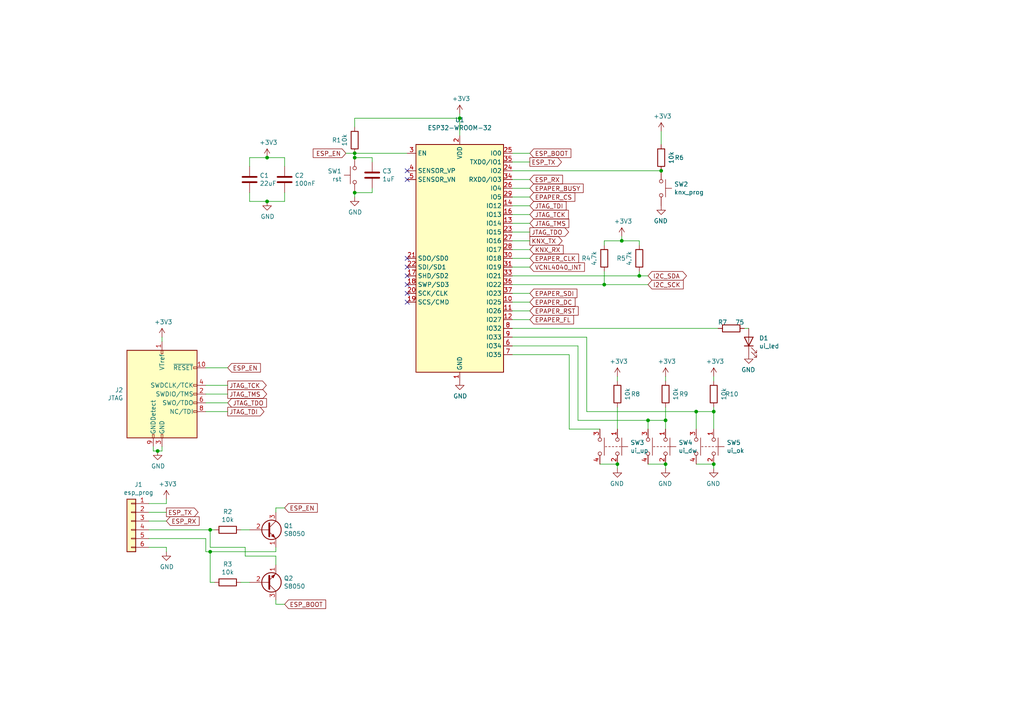
<source format=kicad_sch>
(kicad_sch (version 20211123) (generator eeschema)
  (paper "A4")
  (title_block (title "knxRoomUnit") (date "2021-05-06") (rev "r1d0"))
  (lib_symbols
    (symbol "Connector:Conn_ARM_JTAG_SWD_10" (pin_names (offset 1.016))
      (property "Reference" "J" (at -2.54 16.51 0))
      (property "Value" "Conn_ARM_JTAG_SWD_10" (at -2.54 13.97 0))
      (symbol "Conn_ARM_JTAG_SWD_10_0_1"
        (rectangle (start -10.16 12.7) (end 10.16 -12.7) (stroke (width 0.254)) (fill (type background)))
        (rectangle (start -2.794 -12.7) (end -2.286 -11.684))
        (rectangle (start -0.254 -12.7) (end 0.254 -11.684))
        (rectangle (start -0.254 12.7) (end 0.254 11.684))
        (rectangle (start 9.144 2.286) (end 10.16 2.794))
        (rectangle (start 10.16 -2.794) (end 9.144 -2.286))
        (rectangle (start 10.16 -0.254) (end 9.144 0.254))
        (rectangle (start 10.16 7.874) (end 9.144 7.366))
      )
      (symbol "Conn_ARM_JTAG_SWD_10_1_1"
        (rectangle (start 9.144 -5.334) (end 10.16 -4.826))
        (pin power_in line (at 0 15.24 270) (length 2.54) (name "VTref") (number "1"))
        (pin open_collector line (at 12.7 7.62 180) (length 2.54) (name "~{RESET}") (number "10"))
        (pin bidirectional line (at 12.7 0 180) (length 2.54) (name "SWDIO/TMS") (number "2"))
        (pin power_in line (at 0 -15.24 90) (length 2.54) (name "GND") (number "3"))
        (pin output line (at 12.7 2.54 180) (length 2.54) (name "SWDCLK/TCK") (number "4"))
        (pin passive line (at 0 -15.24 90) (length 2.54) hide (name "GND") (number "5"))
        (pin input line (at 12.7 -2.54 180) (length 2.54) (name "SWO/TDO") (number "6"))
        (pin no_connect line (at -10.16 0 0) (length 2.54) hide (name "KEY") (number "7"))
        (pin output line (at 12.7 -5.08 180) (length 2.54) (name "NC/TDI") (number "8"))
        (pin passive line (at -2.54 -15.24 90) (length 2.54) (name "GNDDetect") (number "9"))
      )
    )
    (symbol "Connector_Generic:Conn_01x06" (pin_names (offset 1.016) hide)
      (property "Reference" "J" (at 0 7.62 0))
      (property "Value" "Conn_01x06" (at 0 -10.16 0))
      (symbol "Conn_01x06_1_1"
        (rectangle (start -1.27 -7.493) (end 0 -7.747) (stroke (width 0.1524)))
        (rectangle (start -1.27 -4.953) (end 0 -5.207) (stroke (width 0.1524)))
        (rectangle (start -1.27 -2.413) (end 0 -2.667) (stroke (width 0.1524)))
        (rectangle (start -1.27 0.127) (end 0 -0.127) (stroke (width 0.1524)))
        (rectangle (start -1.27 2.667) (end 0 2.413) (stroke (width 0.1524)))
        (rectangle (start -1.27 5.207) (end 0 4.953) (stroke (width 0.1524)))
        (rectangle (start -1.27 6.35) (end 1.27 -8.89) (stroke (width 0.254)) (fill (type background)))
        (pin passive line (at -5.08 5.08 0) (length 3.81) (name "Pin_1") (number "1"))
        (pin passive line (at -5.08 2.54 0) (length 3.81) (name "Pin_2") (number "2"))
        (pin passive line (at -5.08 0 0) (length 3.81) (name "Pin_3") (number "3"))
        (pin passive line (at -5.08 -2.54 0) (length 3.81) (name "Pin_4") (number "4"))
        (pin passive line (at -5.08 -5.08 0) (length 3.81) (name "Pin_5") (number "5"))
        (pin passive line (at -5.08 -7.62 0) (length 3.81) (name "Pin_6") (number "6"))
      )
    )
    (symbol "Device:C" (pin_numbers hide) (pin_names (offset 0.254))
      (property "Reference" "C" (at 0.635 2.54 0))
      (property "Value" "C" (at 0.635 -2.54 0))
      (symbol "C_0_1"
        (polyline (pts (xy -2.032 -0.762) (xy 2.032 -0.762)) (stroke (width 0.508)))
        (polyline (pts (xy -2.032 0.762) (xy 2.032 0.762)) (stroke (width 0.508)))
      )
      (symbol "C_1_1"
        (pin passive line (at 0 3.81 270) (length 2.794) (name "~") (number "1"))
        (pin passive line (at 0 -3.81 90) (length 2.794) (name "~") (number "2"))
      )
    )
    (symbol "Device:LED" (pin_numbers hide) (pin_names (offset 1.016) hide)
      (property "Reference" "D" (at 0 2.54 0))
      (property "Value" "LED" (at 0 -2.54 0))
      (symbol "LED_0_1"
        (polyline (pts (xy -1.27 -1.27) (xy -1.27 1.27)) (stroke (width 0.254)))
        (polyline (pts (xy -1.27 0) (xy 1.27 0)))
        (polyline (pts (xy 1.27 -1.27) (xy 1.27 1.27) (xy -1.27 0) (xy 1.27 -1.27)) (stroke (width 0.254)))
        (polyline (pts (xy -3.048 -0.762) (xy -4.572 -2.286) (xy -3.81 -2.286) (xy -4.572 -2.286) (xy -4.572 -1.524)))
        (polyline (pts (xy -1.778 -0.762) (xy -3.302 -2.286) (xy -2.54 -2.286) (xy -3.302 -2.286) (xy -3.302 -1.524)))
      )
      (symbol "LED_1_1"
        (pin passive line (at -3.81 0 0) (length 2.54) (name "K") (number "1"))
        (pin passive line (at 3.81 0 180) (length 2.54) (name "A") (number "2"))
      )
    )
    (symbol "Device:R" (pin_numbers hide) (pin_names (offset 0))
      (property "Reference" "R" (at 2.032 0 90))
      (property "Value" "R" (at 0 0 90))
      (symbol "R_0_1"
        (rectangle (start -1.016 -2.54) (end 1.016 2.54) (stroke (width 0.254)))
      )
      (symbol "R_1_1"
        (pin passive line (at 0 3.81 270) (length 1.27) (name "~") (number "1"))
        (pin passive line (at 0 -3.81 90) (length 1.27) (name "~") (number "2"))
      )
    )
    (symbol "RF_Module:ESP32-WROOM-32"
      (property "Reference" "U" (at -12.7 34.29 0))
      (property "Value" "ESP32-WROOM-32" (at 1.27 34.29 0))
      (symbol "ESP32-WROOM-32_0_1"
        (rectangle (start -12.7 33.02) (end 12.7 -33.02) (stroke (width 0.254)) (fill (type background)))
      )
      (symbol "ESP32-WROOM-32_1_1"
        (pin power_in line (at 0 -35.56 90) (length 2.54) (name "GND") (number "1"))
        (pin bidirectional line (at 15.24 -12.7 180) (length 2.54) (name "IO25") (number "10"))
        (pin bidirectional line (at 15.24 -15.24 180) (length 2.54) (name "IO26") (number "11"))
        (pin bidirectional line (at 15.24 -17.78 180) (length 2.54) (name "IO27") (number "12"))
        (pin bidirectional line (at 15.24 10.16 180) (length 2.54) (name "IO14") (number "13"))
        (pin bidirectional line (at 15.24 15.24 180) (length 2.54) (name "IO12") (number "14"))
        (pin passive line (at 0 -35.56 90) (length 2.54) hide (name "GND") (number "15"))
        (pin bidirectional line (at 15.24 12.7 180) (length 2.54) (name "IO13") (number "16"))
        (pin bidirectional line (at -15.24 -5.08 0) (length 2.54) (name "SHD/SD2") (number "17"))
        (pin bidirectional line (at -15.24 -7.62 0) (length 2.54) (name "SWP/SD3") (number "18"))
        (pin bidirectional line (at -15.24 -12.7 0) (length 2.54) (name "SCS/CMD") (number "19"))
        (pin power_in line (at 0 35.56 270) (length 2.54) (name "VDD") (number "2"))
        (pin bidirectional line (at -15.24 -10.16 0) (length 2.54) (name "SCK/CLK") (number "20"))
        (pin bidirectional line (at -15.24 0 0) (length 2.54) (name "SDO/SD0") (number "21"))
        (pin bidirectional line (at -15.24 -2.54 0) (length 2.54) (name "SDI/SD1") (number "22"))
        (pin bidirectional line (at 15.24 7.62 180) (length 2.54) (name "IO15") (number "23"))
        (pin bidirectional line (at 15.24 25.4 180) (length 2.54) (name "IO2") (number "24"))
        (pin bidirectional line (at 15.24 30.48 180) (length 2.54) (name "IO0") (number "25"))
        (pin bidirectional line (at 15.24 20.32 180) (length 2.54) (name "IO4") (number "26"))
        (pin bidirectional line (at 15.24 5.08 180) (length 2.54) (name "IO16") (number "27"))
        (pin bidirectional line (at 15.24 2.54 180) (length 2.54) (name "IO17") (number "28"))
        (pin bidirectional line (at 15.24 17.78 180) (length 2.54) (name "IO5") (number "29"))
        (pin input line (at -15.24 30.48 0) (length 2.54) (name "EN") (number "3"))
        (pin bidirectional line (at 15.24 0 180) (length 2.54) (name "IO18") (number "30"))
        (pin bidirectional line (at 15.24 -2.54 180) (length 2.54) (name "IO19") (number "31"))
        (pin no_connect line (at -12.7 -27.94 0) (length 2.54) hide (name "NC") (number "32"))
        (pin bidirectional line (at 15.24 -5.08 180) (length 2.54) (name "IO21") (number "33"))
        (pin bidirectional line (at 15.24 22.86 180) (length 2.54) (name "RXD0/IO3") (number "34"))
        (pin bidirectional line (at 15.24 27.94 180) (length 2.54) (name "TXD0/IO1") (number "35"))
        (pin bidirectional line (at 15.24 -7.62 180) (length 2.54) (name "IO22") (number "36"))
        (pin bidirectional line (at 15.24 -10.16 180) (length 2.54) (name "IO23") (number "37"))
        (pin passive line (at 0 -35.56 90) (length 2.54) hide (name "GND") (number "38"))
        (pin passive line (at 0 -35.56 90) (length 2.54) hide (name "GND") (number "39"))
        (pin input line (at -15.24 25.4 0) (length 2.54) (name "SENSOR_VP") (number "4"))
        (pin input line (at -15.24 22.86 0) (length 2.54) (name "SENSOR_VN") (number "5"))
        (pin input line (at 15.24 -25.4 180) (length 2.54) (name "IO34") (number "6"))
        (pin input line (at 15.24 -27.94 180) (length 2.54) (name "IO35") (number "7"))
        (pin bidirectional line (at 15.24 -20.32 180) (length 2.54) (name "IO32") (number "8"))
        (pin bidirectional line (at 15.24 -22.86 180) (length 2.54) (name "IO33") (number "9"))
      )
    )
    (symbol "Switch:SW_Push" (pin_numbers hide) (pin_names (offset 1.016) hide)
      (property "Reference" "SW" (at 1.27 2.54 0))
      (property "Value" "SW_Push" (at 0 -1.524 0))
      (symbol "SW_Push_0_1"
        (circle (center -2.032 0) (radius 0.508))
        (polyline (pts (xy 0 1.27) (xy 0 3.048)))
        (polyline (pts (xy 2.54 1.27) (xy -2.54 1.27)))
        (circle (center 2.032 0) (radius 0.508))
        (pin passive line (at -5.08 0 0) (length 2.54) (name "1") (number "1"))
        (pin passive line (at 5.08 0 180) (length 2.54) (name "2") (number "2"))
      )
    )
    (symbol "Switch:SW_Push_Dual" (pin_names (offset 1.016) hide)
      (property "Reference" "SW" (at 1.27 2.54 0))
      (property "Value" "SW_Push_Dual" (at 0 -6.858 0))
      (symbol "SW_Push_Dual_0_1"
        (circle (center -2.032 -5.08) (radius 0.508))
        (circle (center -2.032 0) (radius 0.508))
        (polyline (pts (xy 0 -3.048) (xy 0 -3.556)))
        (polyline (pts (xy 0 -2.032) (xy 0 -2.54)))
        (polyline (pts (xy 0 -1.524) (xy 0 -1.016)))
        (polyline (pts (xy 0 -0.508) (xy 0 0)))
        (polyline (pts (xy 0 0.508) (xy 0 1.016)))
        (polyline (pts (xy 0 1.27) (xy 0 3.048)))
        (polyline (pts (xy 2.54 -3.81) (xy -2.54 -3.81)))
        (polyline (pts (xy 2.54 1.27) (xy -2.54 1.27)))
        (circle (center 2.032 -5.08) (radius 0.508))
        (circle (center 2.032 0) (radius 0.508))
        (pin passive line (at -5.08 0 0) (length 2.54) (name "1") (number "1"))
        (pin passive line (at 5.08 0 180) (length 2.54) (name "2") (number "2"))
        (pin passive line (at -5.08 -5.08 0) (length 2.54) (name "3") (number "3"))
        (pin passive line (at 5.08 -5.08 180) (length 2.54) (name "4") (number "4"))
      )
    )
    (symbol "Transistor_BJT:S8050" (pin_names (offset 0) hide)
      (property "Reference" "Q" (at 5.08 1.905 0))
      (property "Value" "S8050" (at 5.08 0 0))
      (symbol "S8050_0_1"
        (polyline (pts (xy 0 0) (xy 0.635 0)))
        (polyline (pts (xy 0.635 0.635) (xy 2.54 2.54)))
        (polyline (pts (xy 0.635 -0.635) (xy 2.54 -2.54) (xy 2.54 -2.54)))
        (polyline (pts (xy 0.635 1.905) (xy 0.635 -1.905) (xy 0.635 -1.905)) (stroke (width 0.508)))
        (polyline (pts (xy 1.27 -1.778) (xy 1.778 -1.27) (xy 2.286 -2.286) (xy 1.27 -1.778) (xy 1.27 -1.778)) (fill (type outline)))
        (circle (center 1.27 0) (radius 2.8194) (stroke (width 0.254)))
      )
      (symbol "S8050_1_1"
        (pin passive line (at 2.54 -5.08 90) (length 2.54) (name "E") (number "1"))
        (pin input line (at -5.08 0 0) (length 5.08) (name "B") (number "2"))
        (pin passive line (at 2.54 5.08 270) (length 2.54) (name "C") (number "3"))
      )
    )
    (symbol "power:+3V3" (power) (pin_names (offset 0))
      (property "Value" "+3V3" (at 0 3.556 0))
      (symbol "+3V3_0_1"
        (polyline (pts (xy -0.762 1.27) (xy 0 2.54)))
        (polyline (pts (xy 0 0) (xy 0 2.54)))
        (polyline (pts (xy 0 2.54) (xy 0.762 1.27)))
      )
      (symbol "+3V3_1_1"
        (pin power_in line (at 0 0 90) (length 0) hide (name "+3V3") (number "1"))
      )
    )
    (symbol "power:GND" (power) (pin_names (offset 0))
      (property "Value" "GND" (at 0 -3.81 0))
      (symbol "GND_0_1"
        (polyline (pts (xy 0 0) (xy 0 -1.27) (xy 1.27 -1.27) (xy 0 -2.54) (xy -1.27 -1.27) (xy 0 -1.27)))
      )
      (symbol "GND_1_1"
        (pin power_in line (at 0 0 270) (length 0) hide (name "GND") (number "1"))
      )
    )
  )
  (junction (at 102.87 45.72))
  (junction (at 60.96 153.67))
  (junction (at 102.87 44.45))
  (junction (at 207.01 119.38))
  (junction (at 180.34 69.85))
  (junction (at 187.96 121.92))
  (junction (at 175.26 82.55))
  (junction (at 77.47 45.72))
  (junction (at 185.42 80.01))
  (junction (at 191.77 49.53))
  (junction (at 60.96 160.02))
  (junction (at 193.04 121.92))
  (junction (at 207.01 134.62))
  (junction (at 45.72 130.81))
  (junction (at 133.35 34.29))
  (junction (at 102.87 55.88))
  (junction (at 77.47 58.42))
  (junction (at 179.07 134.62))
  (junction (at 193.04 134.62))
  (junction (at 201.93 119.38))
  (no_connect (at 118.11 77.47))
  (no_connect (at 118.11 49.53))
  (no_connect (at 118.11 85.09))
  (no_connect (at 118.11 82.55))
  (no_connect (at 118.11 80.01))
  (no_connect (at 118.11 87.63))
  (no_connect (at 118.11 52.07))
  (no_connect (at 118.11 74.93))
  (wire (pts (xy 170.18 97.79) (xy 170.18 119.38)))
  (wire (pts (xy 148.59 57.15) (xy 153.67 57.15)))
  (wire (pts (xy 148.59 62.23) (xy 153.67 62.23)))
  (wire (pts (xy 102.87 57.15) (xy 102.87 55.88)))
  (wire (pts (xy 187.96 124.46) (xy 187.96 121.92)))
  (wire (pts (xy 72.39 48.26) (xy 72.39 45.72)))
  (wire (pts (xy 48.26 158.75) (xy 48.26 160.02)))
  (wire (pts (xy 148.59 49.53) (xy 191.77 49.53)))
  (wire (pts (xy 107.95 55.88) (xy 102.87 55.88)))
  (wire (pts (xy 43.18 151.13) (xy 48.26 151.13)))
  (wire (pts (xy 102.87 36.83) (xy 102.87 34.29)))
  (wire (pts (xy 60.96 153.67) (xy 62.23 153.67)))
  (wire (pts (xy 153.67 72.39) (xy 148.59 72.39)))
  (wire (pts (xy 185.42 78.74) (xy 185.42 80.01)))
  (wire (pts (xy 43.18 158.75) (xy 48.26 158.75)))
  (wire (pts (xy 185.42 71.12) (xy 185.42 69.85)))
  (wire (pts (xy 165.1 124.46) (xy 173.99 124.46)))
  (wire (pts (xy 72.39 153.67) (xy 69.85 153.67)))
  (wire (pts (xy 72.39 55.88) (xy 72.39 58.42)))
  (wire (pts (xy 80.01 160.02) (xy 80.01 158.75)))
  (wire (pts (xy 179.07 135.89) (xy 179.07 134.62)))
  (wire (pts (xy 60.96 160.02) (xy 60.96 168.91)))
  (wire (pts (xy 59.69 156.21) (xy 59.69 160.02)))
  (wire (pts (xy 82.55 58.42) (xy 82.55 55.88)))
  (wire (pts (xy 153.67 59.69) (xy 148.59 59.69)))
  (wire (pts (xy 170.18 97.79) (xy 148.59 97.79)))
  (wire (pts (xy 46.99 130.81) (xy 46.99 129.54)))
  (wire (pts (xy 173.99 134.62) (xy 179.07 134.62)))
  (wire (pts (xy 66.04 106.68) (xy 59.69 106.68)))
  (wire (pts (xy 107.95 45.72) (xy 102.87 45.72)))
  (wire (pts (xy 80.01 161.29) (xy 71.12 161.29)))
  (wire (pts (xy 191.77 38.1) (xy 191.77 41.91)))
  (wire (pts (xy 148.59 46.99) (xy 153.67 46.99)))
  (wire (pts (xy 153.67 87.63) (xy 148.59 87.63)))
  (wire (pts (xy 62.23 168.91) (xy 60.96 168.91)))
  (wire (pts (xy 80.01 147.32) (xy 80.01 148.59)))
  (wire (pts (xy 72.39 58.42) (xy 77.47 58.42)))
  (wire (pts (xy 185.42 80.01) (xy 187.96 80.01)))
  (wire (pts (xy 153.67 52.07) (xy 148.59 52.07)))
  (wire (pts (xy 175.26 69.85) (xy 175.26 71.12)))
  (wire (pts (xy 60.96 160.02) (xy 80.01 160.02)))
  (wire (pts (xy 193.04 121.92) (xy 193.04 118.11)))
  (wire (pts (xy 133.35 33.02) (xy 133.35 34.29)))
  (wire (pts (xy 59.69 160.02) (xy 60.96 160.02)))
  (wire (pts (xy 201.93 134.62) (xy 207.01 134.62)))
  (wire (pts (xy 193.04 124.46) (xy 193.04 121.92)))
  (wire (pts (xy 153.67 44.45) (xy 148.59 44.45)))
  (wire (pts (xy 179.07 110.49) (xy 179.07 109.22)))
  (wire (pts (xy 77.47 58.42) (xy 82.55 58.42)))
  (wire (pts (xy 80.01 163.83) (xy 80.01 161.29)))
  (wire (pts (xy 107.95 54.61) (xy 107.95 55.88)))
  (wire (pts (xy 66.04 119.38) (xy 59.69 119.38)))
  (wire (pts (xy 167.64 121.92) (xy 187.96 121.92)))
  (wire (pts (xy 43.18 146.05) (xy 48.26 146.05)))
  (wire (pts (xy 148.59 80.01) (xy 185.42 80.01)))
  (wire (pts (xy 185.42 69.85) (xy 180.34 69.85)))
  (wire (pts (xy 207.01 135.89) (xy 207.01 134.62)))
  (wire (pts (xy 43.18 156.21) (xy 59.69 156.21)))
  (wire (pts (xy 153.67 54.61) (xy 148.59 54.61)))
  (wire (pts (xy 193.04 110.49) (xy 193.04 109.22)))
  (wire (pts (xy 133.35 34.29) (xy 133.35 39.37)))
  (wire (pts (xy 180.34 69.85) (xy 175.26 69.85)))
  (wire (pts (xy 148.59 102.87) (xy 165.1 102.87)))
  (wire (pts (xy 207.01 119.38) (xy 207.01 118.11)))
  (wire (pts (xy 148.59 69.85) (xy 153.67 69.85)))
  (wire (pts (xy 82.55 45.72) (xy 82.55 48.26)))
  (wire (pts (xy 148.59 100.33) (xy 167.64 100.33)))
  (wire (pts (xy 102.87 34.29) (xy 133.35 34.29)))
  (wire (pts (xy 71.12 158.75) (xy 60.96 158.75)))
  (wire (pts (xy 107.95 46.99) (xy 107.95 45.72)))
  (wire (pts (xy 153.67 90.17) (xy 148.59 90.17)))
  (wire (pts (xy 167.64 100.33) (xy 167.64 121.92)))
  (wire (pts (xy 201.93 124.46) (xy 201.93 119.38)))
  (wire (pts (xy 201.93 119.38) (xy 207.01 119.38)))
  (wire (pts (xy 148.59 85.09) (xy 153.67 85.09)))
  (wire (pts (xy 165.1 102.87) (xy 165.1 124.46)))
  (wire (pts (xy 82.55 45.72) (xy 77.47 45.72)))
  (wire (pts (xy 46.99 97.79) (xy 46.99 99.06)))
  (wire (pts (xy 148.59 82.55) (xy 175.26 82.55)))
  (wire (pts (xy 175.26 78.74) (xy 175.26 82.55)))
  (wire (pts (xy 44.45 129.54) (xy 44.45 130.81)))
  (wire (pts (xy 153.67 67.31) (xy 148.59 67.31)))
  (wire (pts (xy 217.17 95.25) (xy 215.9 95.25)))
  (wire (pts (xy 71.12 161.29) (xy 71.12 158.75)))
  (wire (pts (xy 72.39 45.72) (xy 77.47 45.72)))
  (wire (pts (xy 80.01 173.99) (xy 80.01 175.26)))
  (wire (pts (xy 170.18 119.38) (xy 201.93 119.38)))
  (wire (pts (xy 207.01 124.46) (xy 207.01 119.38)))
  (wire (pts (xy 48.26 146.05) (xy 48.26 144.78)))
  (wire (pts (xy 60.96 158.75) (xy 60.96 153.67)))
  (wire (pts (xy 148.59 95.25) (xy 208.28 95.25)))
  (wire (pts (xy 148.59 77.47) (xy 153.67 77.47)))
  (wire (pts (xy 48.26 148.59) (xy 43.18 148.59)))
  (wire (pts (xy 102.87 45.72) (xy 102.87 44.45)))
  (wire (pts (xy 187.96 121.92) (xy 193.04 121.92)))
  (wire (pts (xy 43.18 153.67) (xy 60.96 153.67)))
  (wire (pts (xy 100.33 44.45) (xy 102.87 44.45)))
  (wire (pts (xy 59.69 111.76) (xy 66.04 111.76)))
  (wire (pts (xy 153.67 74.93) (xy 148.59 74.93)))
  (wire (pts (xy 59.69 116.84) (xy 66.04 116.84)))
  (wire (pts (xy 82.55 147.32) (xy 80.01 147.32)))
  (wire (pts (xy 69.85 168.91) (xy 72.39 168.91)))
  (wire (pts (xy 102.87 44.45) (xy 118.11 44.45)))
  (wire (pts (xy 153.67 64.77) (xy 148.59 64.77)))
  (wire (pts (xy 187.96 134.62) (xy 193.04 134.62)))
  (wire (pts (xy 193.04 135.89) (xy 193.04 134.62)))
  (wire (pts (xy 66.04 114.3) (xy 59.69 114.3)))
  (wire (pts (xy 80.01 175.26) (xy 82.55 175.26)))
  (wire (pts (xy 207.01 110.49) (xy 207.01 109.22)))
  (wire (pts (xy 148.59 92.71) (xy 153.67 92.71)))
  (wire (pts (xy 175.26 82.55) (xy 187.96 82.55)))
  (wire (pts (xy 45.72 130.81) (xy 46.99 130.81)))
  (wire (pts (xy 44.45 130.81) (xy 45.72 130.81)))
  (wire (pts (xy 179.07 124.46) (xy 179.07 118.11)))
  (wire (pts (xy 180.34 68.58) (xy 180.34 69.85)))
  (global_label "VCNL4040_INT" (shape input) (at 153.67 77.47 0) (property "Intersheet References" "${INTERSHEET_REFS}" (effects hide)))
  (global_label "JTAG_TCK" (shape output) (at 66.04 111.76 0) (property "Intersheet References" "${INTERSHEET_REFS}" (effects hide)))
  (global_label "EPAPER_CLK" (shape input) (at 153.67 74.93 0) (property "Intersheet References" "${INTERSHEET_REFS}" (effects hide)))
  (global_label "JTAG_TMS" (shape output) (at 66.04 114.3 0) (property "Intersheet References" "${INTERSHEET_REFS}" (effects hide)))
  (global_label "JTAG_TDI" (shape input) (at 153.67 59.69 0) (property "Intersheet References" "${INTERSHEET_REFS}" (effects hide)))
  (global_label "KNX_RX" (shape input) (at 153.67 72.39 0) (property "Intersheet References" "${INTERSHEET_REFS}" (effects hide)))
  (global_label "ESP_RX" (shape input) (at 153.67 52.07 0) (property "Intersheet References" "${INTERSHEET_REFS}" (effects hide)))
  (global_label "EPAPER_FL" (shape input) (at 153.67 92.71 0) (property "Intersheet References" "${INTERSHEET_REFS}" (effects hide)))
  (global_label "ESP_RX" (shape input) (at 48.26 151.13 0) (property "Intersheet References" "${INTERSHEET_REFS}" (effects hide)))
  (global_label "EPAPER_CS" (shape input) (at 153.67 57.15 0) (property "Intersheet References" "${INTERSHEET_REFS}" (effects hide)))
  (global_label "JTAG_TMS" (shape input) (at 153.67 64.77 0) (property "Intersheet References" "${INTERSHEET_REFS}" (effects hide)))
  (global_label "EPAPER_DC" (shape input) (at 153.67 87.63 0) (property "Intersheet References" "${INTERSHEET_REFS}" (effects hide)))
  (global_label "ESP_EN" (shape input) (at 100.33 44.45 180) (property "Intersheet References" "${INTERSHEET_REFS}" (effects hide)))
  (global_label "I2C_SCK" (shape input) (at 187.96 82.55 0) (property "Intersheet References" "${INTERSHEET_REFS}" (effects hide)))
  (global_label "EPAPER_SDI" (shape input) (at 153.67 85.09 0) (property "Intersheet References" "${INTERSHEET_REFS}" (effects hide)))
  (global_label "JTAG_TDO" (shape output) (at 153.67 67.31 0) (property "Intersheet References" "${INTERSHEET_REFS}" (effects hide)))
  (global_label "JTAG_TCK" (shape input) (at 153.67 62.23 0) (property "Intersheet References" "${INTERSHEET_REFS}" (effects hide)))
  (global_label "EPAPER_RST" (shape input) (at 153.67 90.17 0) (property "Intersheet References" "${INTERSHEET_REFS}" (effects hide)))
  (global_label "KNX_TX" (shape output) (at 153.67 69.85 0) (property "Intersheet References" "${INTERSHEET_REFS}" (effects hide)))
  (global_label "EPAPER_BUSY" (shape input) (at 153.67 54.61 0) (property "Intersheet References" "${INTERSHEET_REFS}" (effects hide)))
  (global_label "ESP_EN" (shape input) (at 82.55 147.32 0) (property "Intersheet References" "${INTERSHEET_REFS}" (effects hide)))
  (global_label "ESP_TX" (shape output) (at 153.67 46.99 0) (property "Intersheet References" "${INTERSHEET_REFS}" (effects hide)))
  (global_label "JTAG_TDI" (shape output) (at 66.04 119.38 0) (property "Intersheet References" "${INTERSHEET_REFS}" (effects hide)))
  (global_label "ESP_TX" (shape output) (at 48.26 148.59 0) (property "Intersheet References" "${INTERSHEET_REFS}" (effects hide)))
  (global_label "ESP_BOOT" (shape input) (at 82.55 175.26 0) (property "Intersheet References" "${INTERSHEET_REFS}" (effects hide)))
  (global_label "ESP_EN" (shape input) (at 66.04 106.68 0) (property "Intersheet References" "${INTERSHEET_REFS}" (effects hide)))
  (global_label "ESP_BOOT" (shape input) (at 153.67 44.45 0) (property "Intersheet References" "${INTERSHEET_REFS}" (effects hide)))
  (global_label "JTAG_TDO" (shape input) (at 66.04 116.84 0) (property "Intersheet References" "${INTERSHEET_REFS}" (effects hide)))
  (global_label "I2C_SDA" (shape bidirectional) (at 187.96 80.01 0) (property "Intersheet References" "${INTERSHEET_REFS}" (effects hide)))
  (symbol (lib_id "power:+3V3") (at 179.07 109.22 0)
    (property "Reference" "#PWR0129" (effects hide))
    (property "Value" "+3V3" (at 179.451 104.8258 0))
  )
  (symbol (lib_id "power:GND") (at 179.07 135.89 0) (mirror y)
    (property "Reference" "#PWR0130" (effects hide))
    (property "Value" "GND" (at 178.943 140.2842 0))
  )
  (symbol (lib_id "Switch:SW_Push_Dual") (at 179.07 129.54 270)
    (property "Reference" "SW3" (at 182.8292 128.3716 90) (effects (justify left)))
    (property "Value" "ui_up" (at 182.8292 130.683 90) (effects (justify left)))
    (property "Footprint" "WS-TASV:431151008826" (effects hide))
    (property "Datasheet" "https://www.we-online.com/catalog/datasheet/431151008826.pdf" (effects hide))
    (property "Manufacturer" "Wurth Elektronik" (effects hide))
    (property "PartNumber" "431151008826" (effects hide))
  )
  (symbol (lib_id "Device:R") (at 179.07 114.3 0) (mirror y)
    (property "Reference" "R8" (at 184.3278 114.3 0))
    (property "Value" "10k" (at 182.0164 114.3 90))
    (property "Footprint" "Resistor_SMD:R_0402_1005Metric" (effects hide))
    (property "Datasheet" "https://datasheet.lcsc.com/lcsc/1809301717_UNI-ROYAL-Uniroyal-Elec-0402WGF1002TCE_C25744.pdf" (effects hide))
    (property "LCSC Part #" "C25744" (effects hide))
    (property "Manufacturer" "Uniroyal Elec" (effects hide))
    (property "PartNumber" "0402WGF1002TCE" (effects hide))
  )
  (symbol (lib_id "power:+3V3") (at 193.04 109.22 0)
    (property "Reference" "#PWR0131" (effects hide))
    (property "Value" "+3V3" (at 193.421 104.8258 0))
  )
  (symbol (lib_id "power:GND") (at 193.04 135.89 0) (mirror y)
    (property "Reference" "#PWR0132" (effects hide))
    (property "Value" "GND" (at 192.913 140.2842 0))
  )
  (symbol (lib_id "Switch:SW_Push_Dual") (at 193.04 129.54 270)
    (property "Reference" "SW4" (at 196.7992 128.3716 90) (effects (justify left)))
    (property "Value" "ui_dw" (at 196.7992 130.683 90) (effects (justify left)))
    (property "Footprint" "WS-TASV:431151008826" (effects hide))
    (property "Datasheet" "https://www.we-online.com/catalog/datasheet/431151008826.pdf" (effects hide))
    (property "Manufacturer" "Wurth Elektronik" (effects hide))
    (property "PartNumber" "431151008826" (effects hide))
  )
  (symbol (lib_id "Device:R") (at 193.04 114.3 0) (mirror y)
    (property "Reference" "R9" (at 198.2978 114.3 0))
    (property "Value" "10k" (at 195.9864 114.3 90))
    (property "Footprint" "Resistor_SMD:R_0402_1005Metric" (effects hide))
    (property "Datasheet" "https://datasheet.lcsc.com/lcsc/1809301717_UNI-ROYAL-Uniroyal-Elec-0402WGF1002TCE_C25744.pdf" (effects hide))
    (property "LCSC Part #" "C25744" (effects hide))
    (property "Manufacturer" "Uniroyal Elec" (effects hide))
    (property "PartNumber" "0402WGF1002TCE" (effects hide))
  )
  (symbol (lib_id "power:+3V3") (at 207.01 109.22 0)
    (property "Reference" "#PWR0133" (effects hide))
    (property "Value" "+3V3" (at 207.391 104.8258 0))
  )
  (symbol (lib_id "power:GND") (at 207.01 135.89 0) (mirror y)
    (property "Reference" "#PWR0134" (effects hide))
    (property "Value" "GND" (at 206.883 140.2842 0))
  )
  (symbol (lib_id "Switch:SW_Push_Dual") (at 207.01 129.54 270)
    (property "Reference" "SW5" (at 210.7692 128.3716 90) (effects (justify left)))
    (property "Value" "ui_ok" (at 210.7692 130.683 90) (effects (justify left)))
    (property "Footprint" "WS-TASV:431151008826" (effects hide))
    (property "Datasheet" "https://www.we-online.com/catalog/datasheet/431151008826.pdf" (effects hide))
    (property "Manufacturer" "Wurth Elektronik" (effects hide))
    (property "PartNumber" "431151008826" (effects hide))
  )
  (symbol (lib_id "Device:R") (at 207.01 114.3 0) (mirror y)
    (property "Reference" "R10" (at 212.2678 114.3 0))
    (property "Value" "10k" (at 209.9564 114.3 90))
    (property "Footprint" "Resistor_SMD:R_0402_1005Metric" (effects hide))
    (property "Datasheet" "https://datasheet.lcsc.com/lcsc/1809301717_UNI-ROYAL-Uniroyal-Elec-0402WGF1002TCE_C25744.pdf" (effects hide))
    (property "LCSC Part #" "C25744" (effects hide))
    (property "Manufacturer" "Uniroyal Elec" (effects hide))
    (property "PartNumber" "0402WGF1002TCE" (effects hide))
  )
  (symbol (lib_id "Device:C") (at 72.39 52.07 0)
    (property "Reference" "C1" (at 75.311 50.9016 0) (effects (justify left)))
    (property "Value" "22uF" (at 75.311 53.213 0) (effects (justify left)))
    (property "Footprint" "Capacitor_SMD:C_0603_1608Metric" (effects hide))
    (property "Datasheet" "https://datasheet.lcsc.com/lcsc/1811151138_Samsung-Electro-Mechanics-CL10A226MQ8NRNC_C59461.pdf" (effects hide))
    (property "LCSC Part #" "C59461" (effects hide))
    (property "Manufacturer" "Samsung Electro-Mechanics" (effects hide))
    (property "PartNumber" "CL10A226MQ8NRNC" (effects hide))
    (property "Voltage" "6.3V" (effects hide))
  )
  (symbol (lib_id "Device:C") (at 82.55 52.07 0)
    (property "Reference" "C2" (at 85.471 50.9016 0) (effects (justify left)))
    (property "Value" "100nF" (at 85.471 53.213 0) (effects (justify left)))
    (property "Footprint" "Capacitor_SMD:C_0603_1608Metric" (effects hide))
    (property "Datasheet" "https://datasheet.lcsc.com/lcsc/1809301912_YAGEO-CC0603KRX7R9BB104_C14663.pdf" (effects hide))
    (property "LCSC Part #" "C14663" (effects hide))
    (property "Manufacturer" "YAGEO" (effects hide))
    (property "PartNumber" "CC0603KRX7R9BB104" (effects hide))
    (property "Voltage" "50V" (effects hide))
  )
  (symbol (lib_id "power:+3V3") (at 77.47 45.72 0)
    (property "Reference" "#PWR0118" (effects hide))
    (property "Value" "+3V3" (at 77.851 41.3258 0))
  )
  (symbol (lib_id "power:GND") (at 77.47 58.42 0)
    (property "Reference" "#PWR0119" (effects hide))
    (property "Value" "GND" (at 77.597 62.8142 0))
  )
  (symbol (lib_id "power:GND") (at 133.35 110.49 0)
    (property "Reference" "#PWR0120" (effects hide))
    (property "Value" "GND" (at 133.477 114.8842 0))
  )
  (symbol (lib_id "Device:R") (at 66.04 153.67 270)
    (property "Reference" "R2" (at 66.04 148.4122 90))
    (property "Value" "10k" (at 66.04 150.7236 90))
    (property "Footprint" "Resistor_SMD:R_0402_1005Metric" (effects hide))
    (property "Datasheet" "https://datasheet.lcsc.com/lcsc/1809301717_UNI-ROYAL-Uniroyal-Elec-0402WGF1002TCE_C25744.pdf" (effects hide))
    (property "LCSC Part #" "C25744" (effects hide))
    (property "Manufacturer" "Uniroyal Elec" (effects hide))
    (property "PartNumber" "0402WGF1002TCE" (effects hide))
  )
  (symbol (lib_id "Device:R") (at 66.04 168.91 270) (mirror x)
    (property "Reference" "R3" (at 66.04 163.6522 90))
    (property "Value" "10k" (at 66.04 165.9636 90))
    (property "Footprint" "Resistor_SMD:R_0402_1005Metric" (effects hide))
    (property "Datasheet" "https://datasheet.lcsc.com/lcsc/1809301717_UNI-ROYAL-Uniroyal-Elec-0402WGF1002TCE_C25744.pdf" (effects hide))
    (property "LCSC Part #" "C25744" (effects hide))
    (property "Manufacturer" "Uniroyal Elec" (effects hide))
    (property "PartNumber" "0402WGF1002TCE" (effects hide))
  )
  (symbol (lib_id "Connector_Generic:Conn_01x06") (at 38.1 151.13 0) (mirror y)
    (property "Reference" "J1" (at 40.1828 140.5382 0))
    (property "Value" "esp_prog" (at 40.1828 142.8496 0))
    (property "Footprint" "Connector_PinHeader_2.54mm:PinHeader_1x06_P2.54mm_Vertical" (effects hide))
  )
  (symbol (lib_id "power:+3V3") (at 48.26 144.78 0)
    (property "Reference" "#PWR0121" (effects hide))
    (property "Value" "+3V3" (at 48.641 140.3858 0))
  )
  (symbol (lib_id "power:GND") (at 48.26 160.02 0)
    (property "Reference" "#PWR0122" (effects hide))
    (property "Value" "GND" (at 48.387 164.4142 0))
  )
  (symbol (lib_id "Transistor_BJT:S8050") (at 77.47 153.67 0)
    (property "Reference" "Q1" (at 82.296 152.5016 0) (effects (justify left)))
    (property "Value" "S8050" (at 82.296 154.813 0) (effects (justify left)))
    (property "Footprint" "Package_TO_SOT_SMD:SOT-23" (effects hide))
    (property "Datasheet" "https://datasheet.lcsc.com/szlcsc/Changjiang-Electronics-Tech-CJ-S8050_C2146.pdf" (effects hide))
    (property "LCSC Part #" "C2146" (effects hide))
    (property "Manufacturer" "Changjiang Electronics Tech (CJ)" (effects hide))
    (property "PartNumber" "S8050" (effects hide))
  )
  (symbol (lib_id "Transistor_BJT:S8050") (at 77.47 168.91 0) (mirror x)
    (property "Reference" "Q2" (at 82.296 167.7416 0) (effects (justify left)))
    (property "Value" "S8050" (at 82.296 170.053 0) (effects (justify left)))
    (property "Footprint" "Package_TO_SOT_SMD:SOT-23" (effects hide))
    (property "Datasheet" "https://datasheet.lcsc.com/szlcsc/Changjiang-Electronics-Tech-CJ-S8050_C2146.pdf" (effects hide))
    (property "LCSC Part #" "C2146" (effects hide))
    (property "Manufacturer" "Changjiang Electronics Tech (CJ)" (effects hide))
    (property "PartNumber" "S8050" (effects hide))
  )
  (symbol (lib_id "power:+3V3") (at 191.77 38.1 0)
    (property "Reference" "#PWR0123" (effects hide))
    (property "Value" "+3V3" (at 192.151 33.7058 0))
  )
  (symbol (lib_id "power:GND") (at 191.77 59.69 0) (mirror y)
    (property "Reference" "#PWR0124" (effects hide))
    (property "Value" "GND" (at 191.643 64.0842 0))
  )
  (symbol (lib_id "Switch:SW_Push") (at 191.77 54.61 270)
    (property "Reference" "SW2" (at 195.5292 53.4416 90) (effects (justify left)))
    (property "Value" "knx_prog" (at 195.5292 55.753 90) (effects (justify left)))
    (property "Footprint" "Button_Switch_SMD:SW_Push_SPST_NO_Alps_SKRK" (effects hide))
  )
  (symbol (lib_id "Device:R") (at 191.77 45.72 0) (mirror y)
    (property "Reference" "R6" (at 197.0278 45.72 0))
    (property "Value" "10k" (at 194.7164 45.72 90))
    (property "Footprint" "Resistor_SMD:R_0402_1005Metric" (effects hide))
    (property "Datasheet" "https://datasheet.lcsc.com/lcsc/1809301717_UNI-ROYAL-Uniroyal-Elec-0402WGF1002TCE_C25744.pdf" (effects hide))
    (property "LCSC Part #" "C25744" (effects hide))
    (property "Manufacturer" "Uniroyal Elec" (effects hide))
    (property "PartNumber" "0402WGF1002TCE" (effects hide))
  )
  (symbol (lib_id "power:+3V3") (at 180.34 68.58 0)
    (property "Reference" "#PWR0125" (effects hide))
    (property "Value" "+3V3" (at 180.721 64.1858 0))
  )
  (symbol (lib_id "Device:R") (at 185.42 74.93 0)
    (property "Reference" "R5" (at 180.1622 74.93 0))
    (property "Value" "4.7k" (at 182.4736 74.93 90))
    (property "Footprint" "Resistor_SMD:R_0402_1005Metric" (effects hide))
    (property "Datasheet" "https://datasheet.lcsc.com/szlcsc/Uniroyal-Elec-0402WGF4701TCE_C25900.pdf" (effects hide))
    (property "LCSC Part #" "C25900" (effects hide))
    (property "Manufacturer" "Uniroyal Elec" (effects hide))
    (property "PartNumber" "0402WGF4701TCE" (effects hide))
  )
  (symbol (lib_id "Device:R") (at 175.26 74.93 0)
    (property "Reference" "R4" (at 170.0022 74.93 0))
    (property "Value" "4.7k" (at 172.3136 74.93 90))
    (property "Footprint" "Resistor_SMD:R_0402_1005Metric" (effects hide))
    (property "Datasheet" "https://datasheet.lcsc.com/szlcsc/Uniroyal-Elec-0402WGF4701TCE_C25900.pdf" (effects hide))
    (property "LCSC Part #" "C25900" (effects hide))
    (property "Manufacturer" "Uniroyal Elec" (effects hide))
    (property "PartNumber" "0402WGF4701TCE" (effects hide))
  )
  (symbol (lib_id "power:GND") (at 102.87 57.15 0)
    (property "Reference" "#PWR0126" (effects hide))
    (property "Value" "GND" (at 102.997 61.5442 0))
  )
  (symbol (lib_id "Switch:SW_Push") (at 102.87 50.8 90) (mirror x)
    (property "Reference" "SW1" (at 99.1108 49.6316 90) (effects (justify left)))
    (property "Value" "rst" (at 99.1108 51.943 90) (effects (justify left)))
    (property "Footprint" "Button_Switch_SMD:SW_Push_SPST_NO_Alps_SKRK" (effects hide))
  )
  (symbol (lib_id "Device:R") (at 102.87 40.64 0)
    (property "Reference" "R1" (at 97.6122 40.64 0))
    (property "Value" "10k" (at 99.9236 40.64 90))
    (property "Footprint" "Resistor_SMD:R_0402_1005Metric" (effects hide))
    (property "Datasheet" "https://datasheet.lcsc.com/lcsc/1809301717_UNI-ROYAL-Uniroyal-Elec-0402WGF1002TCE_C25744.pdf" (effects hide))
    (property "LCSC Part #" "C25744" (effects hide))
    (property "Manufacturer" "Uniroyal Elec" (effects hide))
    (property "PartNumber" "0402WGF1002TCE" (effects hide))
  )
  (symbol (lib_id "power:+3V3") (at 133.35 33.02 0)
    (property "Reference" "#PWR0127" (effects hide))
    (property "Value" "+3V3" (at 133.731 28.6258 0))
  )
  (symbol (lib_id "RF_Module:ESP32-WROOM-32") (at 133.35 74.93 0)
    (property "Reference" "U1" (at 133.35 34.7726 0))
    (property "Value" "ESP32-WROOM-32" (at 133.35 37.084 0))
    (property "Footprint" "RF_Module:ESP32-WROOM-32" (effects hide))
    (property "Datasheet" "https://www.espressif.com/sites/default/files/documentation/esp32-wroom-32_datasheet_en.pdf" (effects hide))
    (property "Manufacturer" "Espressif" (effects hide))
    (property "PartNumber" "ESP32-WROOM-32E" (effects hide))
  )
  (symbol (lib_id "Device:R") (at 212.09 95.25 90)
    (property "Reference" "R7" (at 210.9216 93.472 90) (effects (justify left)))
    (property "Value" "75" (at 213.233 93.472 90) (effects (justify right)))
    (property "Footprint" "Resistor_SMD:R_0402_1005Metric" (effects hide))
    (property "Datasheet" "https://datasheet.lcsc.com/szlcsc/Uniroyal-Elec-0402WGF750JTCE_C25133.pdf" (effects hide))
    (property "LCSC Part #" "C25133" (effects hide))
    (property "Manufacturer" "Uniroyal Elec" (effects hide))
    (property "PartNumber" "0402WGF750JTCE" (effects hide))
  )
  (symbol (lib_id "Device:LED") (at 217.17 99.06 90) (unit 1)
    (property "Reference" "D1" (at 220.1672 98.0694 90) (effects (justify right)))
    (property "Value" "ui_led" (at 220.1672 100.3808 90) (effects (justify right)))
    (property "Footprint" "LED_SMD:LED_0603_1608Metric_Pad1.05x0.95mm_HandSolder" (effects hide))
  )
  (symbol (lib_id "power:GND") (at 217.17 102.87 0) (mirror y)
    (property "Reference" "#PWR0135" (effects hide))
    (property "Value" "GND" (at 217.043 107.2642 0))
  )
  (symbol (lib_id "Device:C") (at 107.95 50.8 0)
    (property "Reference" "C3" (at 110.871 49.6316 0) (effects (justify left)))
    (property "Value" "1uF" (at 110.871 51.943 0) (effects (justify left)))
    (property "Footprint" "Capacitor_SMD:C_0603_1608Metric" (effects hide))
    (property "Datasheet" "https://datasheet.lcsc.com/lcsc/1810261812_Samsung-Electro-Mechanics-CL10A105KB8NNNC_C15849.pdf" (effects hide))
    (property "LCSC Part #" "C15849" (effects hide))
    (property "Manufacturer" "Samsung Electro-Mechanics" (effects hide))
    (property "PartNumber" "CL10A105KB8NNNC" (effects hide))
    (property "Voltage" "50V" (effects hide))
  )
  (symbol (lib_id "Connector:Conn_ARM_JTAG_SWD_10") (at 46.99 114.3 0) (unit 1)
    (property "Reference" "J2" (at 35.7378 113.1316 0) (effects (justify right)))
    (property "Value" "JTAG" (at 35.7378 115.443 0) (effects (justify right)))
    (property "Footprint" "Connector_PinHeader_1.27mm:PinHeader_2x05_P1.27mm_Vertical_SMD" (effects hide))
    (property "Datasheet" "http://infocenter.arm.com/help/topic/com.arm.doc.ddi0314h/DDI0314H_coresight_components_trm.pdf" (effects hide))
  )
  (symbol (lib_id "power:GND") (at 45.72 130.81 0)
    (property "Reference" "#PWR0144" (effects hide))
    (property "Value" "GND" (at 45.847 135.2042 0))
  )
  (symbol (lib_id "power:+3V3") (at 46.99 97.79 0)
    (property "Reference" "#PWR0145" (effects hide))
    (property "Value" "+3V3" (at 47.371 93.3958 0))
  )
)
</source>
